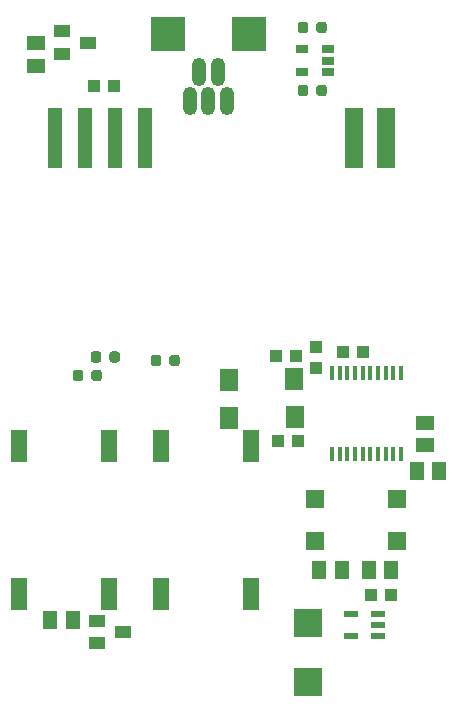
<source format=gbr>
G04 #@! TF.GenerationSoftware,KiCad,Pcbnew,(5.1.6)-1*
G04 #@! TF.CreationDate,2021-03-08T10:10:15+01:00*
G04 #@! TF.ProjectId,P_sensor v10.0,505f7365-6e73-46f7-9220-7631302e302e,rev?*
G04 #@! TF.SameCoordinates,Original*
G04 #@! TF.FileFunction,Paste,Top*
G04 #@! TF.FilePolarity,Positive*
%FSLAX46Y46*%
G04 Gerber Fmt 4.6, Leading zero omitted, Abs format (unit mm)*
G04 Created by KiCad (PCBNEW (5.1.6)-1) date 2021-03-08 10:10:15*
%MOMM*%
%LPD*%
G01*
G04 APERTURE LIST*
%ADD10R,2.895600X2.895600*%
%ADD11O,1.219200X2.438400*%
%ADD12R,1.060000X0.650000*%
%ADD13R,1.300000X1.600000*%
%ADD14R,1.600000X1.300000*%
%ADD15R,1.400000X1.000000*%
%ADD16R,1.100000X1.000000*%
%ADD17R,0.304800X1.244600*%
%ADD18R,1.500000X1.500000*%
%ADD19R,1.200000X0.600000*%
%ADD20R,1.000000X1.100000*%
%ADD21R,1.400000X2.700000*%
%ADD22R,1.500000X1.900000*%
%ADD23R,2.400000X2.400000*%
%ADD24R,1.270000X5.080000*%
%ADD25R,1.600000X5.080000*%
G04 APERTURE END LIST*
G36*
G01*
X161702000Y-73911750D02*
X161702000Y-74424250D01*
G75*
G02*
X161483250Y-74643000I-218750J0D01*
G01*
X161045750Y-74643000D01*
G75*
G02*
X160827000Y-74424250I0J218750D01*
G01*
X160827000Y-73911750D01*
G75*
G02*
X161045750Y-73693000I218750J0D01*
G01*
X161483250Y-73693000D01*
G75*
G02*
X161702000Y-73911750I0J-218750D01*
G01*
G37*
G36*
G01*
X163277000Y-73911750D02*
X163277000Y-74424250D01*
G75*
G02*
X163058250Y-74643000I-218750J0D01*
G01*
X162620750Y-74643000D01*
G75*
G02*
X162402000Y-74424250I0J218750D01*
G01*
X162402000Y-73911750D01*
G75*
G02*
X162620750Y-73693000I218750J0D01*
G01*
X163058250Y-73693000D01*
G75*
G02*
X163277000Y-73911750I0J-218750D01*
G01*
G37*
G36*
G01*
X163226000Y-72343750D02*
X163226000Y-72856250D01*
G75*
G02*
X163007250Y-73075000I-218750J0D01*
G01*
X162569750Y-73075000D01*
G75*
G02*
X162351000Y-72856250I0J218750D01*
G01*
X162351000Y-72343750D01*
G75*
G02*
X162569750Y-72125000I218750J0D01*
G01*
X163007250Y-72125000D01*
G75*
G02*
X163226000Y-72343750I0J-218750D01*
G01*
G37*
G36*
G01*
X164801000Y-72343750D02*
X164801000Y-72856250D01*
G75*
G02*
X164582250Y-73075000I-218750J0D01*
G01*
X164144750Y-73075000D01*
G75*
G02*
X163926000Y-72856250I0J218750D01*
G01*
X163926000Y-72343750D01*
G75*
G02*
X164144750Y-72125000I218750J0D01*
G01*
X164582250Y-72125000D01*
G75*
G02*
X164801000Y-72343750I0J-218750D01*
G01*
G37*
G36*
G01*
X168306000Y-72641750D02*
X168306000Y-73154250D01*
G75*
G02*
X168087250Y-73373000I-218750J0D01*
G01*
X167649750Y-73373000D01*
G75*
G02*
X167431000Y-73154250I0J218750D01*
G01*
X167431000Y-72641750D01*
G75*
G02*
X167649750Y-72423000I218750J0D01*
G01*
X168087250Y-72423000D01*
G75*
G02*
X168306000Y-72641750I0J-218750D01*
G01*
G37*
G36*
G01*
X169881000Y-72641750D02*
X169881000Y-73154250D01*
G75*
G02*
X169662250Y-73373000I-218750J0D01*
G01*
X169224750Y-73373000D01*
G75*
G02*
X169006000Y-73154250I0J218750D01*
G01*
X169006000Y-72641750D01*
G75*
G02*
X169224750Y-72423000I218750J0D01*
G01*
X169662250Y-72423000D01*
G75*
G02*
X169881000Y-72641750I0J-218750D01*
G01*
G37*
D10*
X175749320Y-45238480D03*
X168850680Y-45238480D03*
D11*
X170702340Y-50897600D03*
X171502440Y-48479520D03*
X172300000Y-50897600D03*
X173097560Y-48479520D03*
X173897660Y-50897600D03*
D12*
X180256000Y-48448000D03*
X180256000Y-46548000D03*
X182456000Y-46548000D03*
X182456000Y-47498000D03*
X182456000Y-48448000D03*
G36*
G01*
X181452000Y-50294250D02*
X181452000Y-49781750D01*
G75*
G02*
X181670750Y-49563000I218750J0D01*
G01*
X182108250Y-49563000D01*
G75*
G02*
X182327000Y-49781750I0J-218750D01*
G01*
X182327000Y-50294250D01*
G75*
G02*
X182108250Y-50513000I-218750J0D01*
G01*
X181670750Y-50513000D01*
G75*
G02*
X181452000Y-50294250I0J218750D01*
G01*
G37*
G36*
G01*
X179877000Y-50294250D02*
X179877000Y-49781750D01*
G75*
G02*
X180095750Y-49563000I218750J0D01*
G01*
X180533250Y-49563000D01*
G75*
G02*
X180752000Y-49781750I0J-218750D01*
G01*
X180752000Y-50294250D01*
G75*
G02*
X180533250Y-50513000I-218750J0D01*
G01*
X180095750Y-50513000D01*
G75*
G02*
X179877000Y-50294250I0J218750D01*
G01*
G37*
G36*
G01*
X181452000Y-44960250D02*
X181452000Y-44447750D01*
G75*
G02*
X181670750Y-44229000I218750J0D01*
G01*
X182108250Y-44229000D01*
G75*
G02*
X182327000Y-44447750I0J-218750D01*
G01*
X182327000Y-44960250D01*
G75*
G02*
X182108250Y-45179000I-218750J0D01*
G01*
X181670750Y-45179000D01*
G75*
G02*
X181452000Y-44960250I0J218750D01*
G01*
G37*
G36*
G01*
X179877000Y-44960250D02*
X179877000Y-44447750D01*
G75*
G02*
X180095750Y-44229000I218750J0D01*
G01*
X180533250Y-44229000D01*
G75*
G02*
X180752000Y-44447750I0J-218750D01*
G01*
X180752000Y-44960250D01*
G75*
G02*
X180533250Y-45179000I-218750J0D01*
G01*
X180095750Y-45179000D01*
G75*
G02*
X179877000Y-44960250I0J218750D01*
G01*
G37*
D13*
X183581100Y-90603600D03*
X181681100Y-90603600D03*
D14*
X157734000Y-46040000D03*
X157734000Y-47940000D03*
D13*
X160821100Y-94903600D03*
X158921100Y-94903600D03*
X185861100Y-90653600D03*
X187761100Y-90653600D03*
D15*
X159936000Y-45024000D03*
X159936000Y-46924000D03*
X162136000Y-45974000D03*
X162881100Y-94913600D03*
X162881100Y-96813600D03*
X165081100Y-95863600D03*
D13*
X191861100Y-82253600D03*
X189961100Y-82253600D03*
D14*
X190651100Y-80083600D03*
X190651100Y-78183600D03*
D16*
X179741100Y-72503600D03*
X178041100Y-72503600D03*
X179901100Y-79753600D03*
X178201100Y-79753600D03*
D17*
X188617300Y-80854300D03*
X187967300Y-80854300D03*
X187317300Y-80854300D03*
X186667300Y-80854300D03*
X186017300Y-80854300D03*
X185367300Y-80854300D03*
X184717300Y-80854300D03*
X184067300Y-80854300D03*
X183417300Y-80854300D03*
X182767300Y-80854300D03*
X188614900Y-73972900D03*
X187964900Y-73972900D03*
X187314900Y-73972900D03*
X186664900Y-73972900D03*
X182764900Y-73972900D03*
X183414900Y-73972900D03*
X184064900Y-73972900D03*
X184714900Y-73972900D03*
X186016400Y-73973400D03*
X185364900Y-73972900D03*
D16*
X185371100Y-72153600D03*
X183671100Y-72153600D03*
X162651100Y-49653600D03*
X164351100Y-49653600D03*
D18*
X188271100Y-88163600D03*
X188271100Y-84663600D03*
D19*
X184351100Y-96263600D03*
X184351100Y-94363600D03*
X186651100Y-96263600D03*
X186651100Y-94363600D03*
X186651100Y-95313600D03*
D16*
X186051100Y-92753600D03*
X187751100Y-92753600D03*
D20*
X181451100Y-73493600D03*
X181451100Y-71793600D03*
D21*
X156281100Y-80133600D03*
X156281100Y-92633600D03*
X163901100Y-80133600D03*
X163901100Y-92633600D03*
X175911100Y-92653600D03*
X175911100Y-80153600D03*
X168291100Y-92653600D03*
X168291100Y-80153600D03*
D22*
X179651100Y-77699600D03*
X179581100Y-74497600D03*
X174053100Y-77739600D03*
X174023100Y-74507600D03*
D23*
X180701100Y-100103600D03*
X180701100Y-95103600D03*
D24*
X166898100Y-54045600D03*
X164398100Y-54045600D03*
X161858100Y-54045600D03*
X159318100Y-54045600D03*
D25*
X184615740Y-54035375D03*
X187308100Y-54045600D03*
D18*
X181301100Y-88153600D03*
X181301100Y-84653600D03*
M02*

</source>
